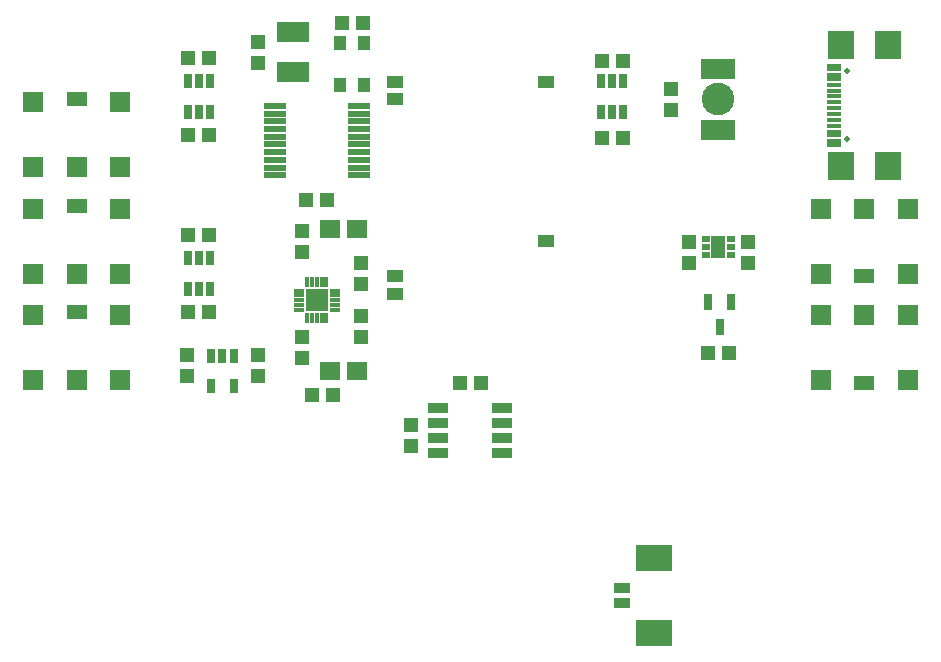
<source format=gts>
G04 DesignSpark PCB Gerber Version 10.0 Build 5299*
G04 #@! TF.Part,Single*
G04 #@! TF.FileFunction,Soldermask,Top*
G04 #@! TF.FilePolarity,Negative*
%FSLAX35Y35*%
%MOMM*%
G04 #@! TA.AperFunction,SMDPad,CuDef*
%ADD141R,0.36000X0.96000*%
%ADD99R,0.76000X1.31000*%
%ADD118R,0.76000X1.41000*%
%ADD140R,1.01000X1.21000*%
%ADD100R,1.16000X1.25000*%
%ADD98R,1.26000X1.86000*%
%ADD91R,2.16000X2.34000*%
%ADD143R,1.96000X1.96000*%
G04 #@! TA.AperFunction,ComponentPad*
%ADD90C,0.48500*%
G04 #@! TA.AperFunction,WasherPad*
%ADD18C,2.76000*%
G04 #@! TA.AperFunction,SMDPad,CuDef*
%ADD142R,0.96000X0.36000*%
%ADD89R,1.31000X0.46000*%
%ADD97R,0.76000X0.51000*%
%ADD125R,1.96000X0.61000*%
%ADD109R,1.68500X0.81000*%
%ADD137R,1.46000X0.96000*%
%ADD102R,1.36000X1.06000*%
%ADD96R,1.25000X1.16000*%
%ADD92R,1.76000X1.16000*%
%ADD139R,1.68400X1.55700*%
%ADD93R,1.76000X1.66000*%
%ADD101R,2.86000X1.76000*%
%ADD129R,2.75080X1.76020*%
%ADD138R,3.16000X2.26000*%
G04 #@! TD.AperFunction*
X0Y0D02*
D02*
D18*
X7443180Y5875000D03*
D02*
D89*
X8424930Y5489650D03*
Y5519650D03*
Y5569650D03*
Y5599650D03*
Y5649650D03*
Y5699650D03*
Y5749650D03*
Y5799650D03*
Y5849650D03*
Y5899650D03*
Y5949650D03*
Y5999650D03*
Y6049650D03*
Y6079650D03*
Y6129650D03*
Y6159650D03*
D02*
D90*
X8532430Y5535650D03*
Y6113650D03*
D02*
D91*
X8482430Y5313650D03*
Y6335650D03*
X8875430Y5313650D03*
Y6335650D03*
D02*
D92*
X2008180Y4075000D03*
Y4975000D03*
Y5875000D03*
X8678180Y3475000D03*
Y4375000D03*
D02*
D93*
X1638180Y3500000D03*
Y4050000D03*
Y4400000D03*
Y4950000D03*
Y5300000D03*
Y5850000D03*
X2008180Y3500000D03*
Y4400000D03*
Y5300000D03*
X2378180Y3500000D03*
Y4050000D03*
Y4400000D03*
Y4950000D03*
Y5300000D03*
Y5850000D03*
X8308180Y3500000D03*
Y4050000D03*
Y4400000D03*
Y4950000D03*
X8678180Y4050000D03*
Y4950000D03*
X9048180Y3500000D03*
Y4050000D03*
Y4400000D03*
Y4950000D03*
D02*
D96*
X2954100Y4074720D03*
Y4724720D03*
Y5574720D03*
Y6224720D03*
X3131900Y4074720D03*
Y4724720D03*
Y5574720D03*
Y6224720D03*
X3954100Y5025000D03*
X4004050Y3374700D03*
X4131900Y5025000D03*
X4181850Y3374700D03*
X4254280Y6525000D03*
X4432080D03*
X5254280Y3475000D03*
X5432080D03*
X6454180Y5550000D03*
Y6200000D03*
X6631980Y5550000D03*
Y6200000D03*
X7354280Y3725000D03*
X7532080D03*
D02*
D97*
X7338180Y4560000D03*
Y4625000D03*
Y4690000D03*
X7548180Y4560000D03*
Y4625000D03*
Y4690000D03*
D02*
D98*
X7443180Y4625000D03*
D02*
D99*
X2948000Y4269720D03*
Y4529720D03*
Y5769720D03*
Y6029720D03*
X3043000Y4269720D03*
Y4529720D03*
Y5769720D03*
Y6029720D03*
X3138000Y4269720D03*
Y4529720D03*
Y5769720D03*
Y6029720D03*
X3148180Y3445000D03*
Y3705000D03*
X3243180D03*
X3338180Y3445000D03*
Y3705000D03*
X6448080Y5770000D03*
Y6030000D03*
X6543080Y5770000D03*
Y6030000D03*
X6638080Y5770000D03*
Y6030000D03*
D02*
D100*
X2943180Y3536100D03*
Y3713900D03*
X3543180Y3536100D03*
Y3713900D03*
Y6186100D03*
Y6363900D03*
X3917950Y3685800D03*
Y3863600D03*
X3918000Y4586100D03*
Y4763900D03*
X4417950Y4310800D03*
Y4488600D03*
X4418130Y3861080D03*
Y4038880D03*
X4843180Y2936100D03*
Y3113900D03*
X7043180Y5786100D03*
Y5963900D03*
X7193180Y4486100D03*
Y4663900D03*
X7693180Y4486100D03*
Y4663900D03*
D02*
D101*
X7443180Y5615000D03*
Y6135000D03*
D02*
D102*
X4703180Y4225000D03*
Y4375000D03*
Y5875000D03*
Y6025000D03*
X5983180Y4675000D03*
Y6025000D03*
D02*
D109*
X5071980Y2884500D03*
Y3011500D03*
Y3138500D03*
Y3265500D03*
X5614380Y2884500D03*
Y3011500D03*
Y3138500D03*
Y3265500D03*
D02*
D118*
X7358180Y4160000D03*
X7453180Y3950000D03*
X7548180Y4160000D03*
D02*
D125*
X3688250Y5232500D03*
Y5297500D03*
Y5362500D03*
Y5427500D03*
Y5492500D03*
Y5557500D03*
Y5622500D03*
Y5687500D03*
Y5752500D03*
Y5817500D03*
X4398250Y5232500D03*
Y5297500D03*
Y5362500D03*
Y5427500D03*
Y5492500D03*
Y5557500D03*
Y5622500D03*
Y5687500D03*
Y5752500D03*
Y5817500D03*
D02*
D129*
X3843180Y6104820D03*
Y6445180D03*
D02*
D137*
X6623180Y1612500D03*
Y1737500D03*
D02*
D138*
X6898180Y1357500D03*
Y1992500D03*
D02*
D139*
X4153650Y3574700D03*
X4153700Y4774700D03*
X4382250Y3574700D03*
X4382300Y4774700D03*
D02*
D140*
X4243180Y5995000D03*
Y6355000D03*
X4443180Y5995000D03*
Y6355000D03*
D02*
D141*
X3963000Y4024700D03*
Y4324700D03*
X4003000Y4024700D03*
Y4324700D03*
X4043000Y4024700D03*
Y4324700D03*
X4083000Y4024700D03*
Y4324700D03*
X4123000Y4024700D03*
Y4324700D03*
D02*
D142*
X3893000Y4094700D03*
Y4134700D03*
Y4174700D03*
Y4214700D03*
Y4254700D03*
X4193000Y4094700D03*
Y4134700D03*
Y4174700D03*
Y4214700D03*
Y4254700D03*
D02*
D143*
X4043000Y4174700D03*
X0Y0D02*
M02*

</source>
